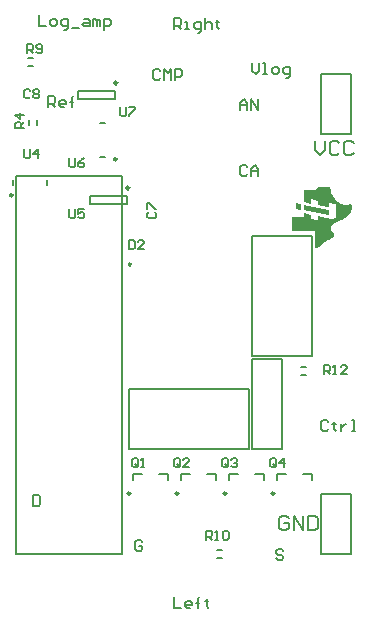
<source format=gto>
%FSLAX24Y24*%
%MOIN*%
G70*
G01*
G75*
G04 Layer_Color=65535*
%ADD10R,0.0276X0.0354*%
%ADD11R,0.0315X0.0354*%
%ADD12R,0.0354X0.0276*%
%ADD13R,0.0170X0.0520*%
%ADD14R,0.0520X0.0170*%
%ADD15R,0.0217X0.0512*%
%ADD16R,0.0354X0.0315*%
%ADD17R,0.0236X0.0591*%
%ADD18R,0.0413X0.0476*%
%ADD19R,0.1575X0.0709*%
%ADD20C,0.0150*%
%ADD21C,0.0120*%
%ADD22C,0.0300*%
%ADD23C,0.1063*%
%ADD24C,0.0630*%
%ADD25C,0.0472*%
%ADD26C,0.0591*%
%ADD27R,0.0591X0.0591*%
%ADD28C,0.0661*%
%ADD29R,0.0591X0.0591*%
%ADD30C,0.0320*%
%ADD31C,0.0260*%
%ADD32C,0.0236*%
%ADD33C,0.0400*%
%ADD34R,0.0512X0.0217*%
%ADD35O,0.0866X0.0236*%
%ADD36O,0.0374X0.0138*%
%ADD37O,0.0138X0.0374*%
%ADD38R,0.0866X0.0866*%
%ADD39O,0.0236X0.0866*%
%ADD40R,0.0160X0.0255*%
%ADD41C,0.0160*%
%ADD42C,0.0100*%
%ADD43C,0.0098*%
%ADD44C,0.0079*%
%ADD45C,0.0060*%
%ADD46C,0.0050*%
%ADD47C,0.0080*%
G36*
X9911Y13645D02*
X10745Y13482D01*
Y13293D01*
X9911Y13458D01*
Y13645D01*
X9910Y13645D01*
X9911Y13646D01*
Y13645D01*
D02*
G37*
G36*
X9823Y13662D02*
Y13478D01*
X9646Y13510D01*
Y13698D01*
X9823Y13662D01*
D02*
G37*
G36*
X10818Y14109D02*
X10835Y14065D01*
X10871Y13990D01*
X10883Y13965D01*
X10899Y13938D01*
X10923Y13902D01*
X10952Y13857D01*
X10963Y13845D01*
X10980Y13823D01*
X11055Y13751D01*
X11124Y13699D01*
X11144Y13687D01*
X11164Y13679D01*
X11184Y13666D01*
X11216Y13658D01*
X11260Y13646D01*
X11352D01*
X11397Y13654D01*
X11437Y13662D01*
X11457Y13671D01*
X11469Y13681D01*
X11494Y13682D01*
X11503Y13665D01*
X11515Y13625D01*
X11519Y13581D01*
Y13548D01*
X11515Y13500D01*
X11507Y13476D01*
X11491Y13428D01*
X11475Y13396D01*
X11459Y13372D01*
X11442Y13352D01*
X11434Y13336D01*
X11398Y13296D01*
X11362Y13264D01*
X11325Y13232D01*
X11286Y13207D01*
X11236Y13175D01*
X11186Y13152D01*
X11137Y13127D01*
X11078Y13099D01*
X11031Y13080D01*
X10952Y13039D01*
X10888Y13003D01*
Y13004D01*
X10883Y13001D01*
X10832Y12950D01*
X10829Y12953D01*
X10813Y12915D01*
X10815Y12873D01*
Y12852D01*
X10817Y12831D01*
X10814D01*
X10827Y12800D01*
X10920Y12711D01*
X10923Y12714D01*
X10938Y12679D01*
X10934Y12634D01*
X10922Y12598D01*
X10902Y12574D01*
X10888Y12558D01*
X10849Y12530D01*
X10795Y12501D01*
X10755Y12486D01*
X10697Y12462D01*
X10659Y12446D01*
X10615Y12418D01*
X10571Y12378D01*
X10525Y12326D01*
X10477Y12273D01*
X10423Y12233D01*
X10366Y12205D01*
X10306D01*
Y12766D01*
X9540D01*
Y13235D01*
X9912Y13236D01*
Y13364D01*
X10154Y13316D01*
X10153Y13176D01*
X10366Y13131D01*
X10393Y13132D01*
X10394Y13266D01*
X10833Y13179D01*
X10904Y13180D01*
X10933Y13191D01*
X10955Y13212D01*
X10975Y13242D01*
X10991Y13281D01*
X11000Y13340D01*
X11000Y13660D01*
X10747Y13712D01*
Y13620D01*
X10751D01*
X10738Y13589D01*
X10707Y13576D01*
X10394Y13638D01*
Y13783D01*
X10154Y13829D01*
Y13688D01*
X9912Y13734D01*
X9912Y14126D01*
X10193Y14126D01*
X10216Y14133D01*
X10269Y14141D01*
X10293Y14157D01*
X10325Y14173D01*
X10365Y14209D01*
X10386Y14239D01*
X10779D01*
X10818Y14109D01*
D02*
G37*
D42*
X209Y13967D02*
G03*
X209Y13967I-39J0D01*
G01*
X3672Y15170D02*
G03*
X3672Y15170I-39J0D01*
G01*
X4161Y11672D02*
G03*
X4161Y11672I-39J0D01*
G01*
D43*
X4099Y14213D02*
G03*
X4099Y14213I-49J0D01*
G01*
X3699Y17713D02*
G03*
X3699Y17713I-49J0D01*
G01*
X8941Y4026D02*
G03*
X8941Y4026I-49J0D01*
G01*
X7341D02*
G03*
X7341Y4026I-49J0D01*
G01*
X5741D02*
G03*
X5741Y4026I-49J0D01*
G01*
X4141D02*
G03*
X4141Y4026I-49J0D01*
G01*
D44*
X721Y18262D02*
X879D01*
X721Y18538D02*
X879D01*
X1038Y16321D02*
Y16479D01*
X762Y16321D02*
Y16479D01*
X328Y2001D02*
Y3969D01*
Y2001D02*
X3872D01*
Y14599D01*
X328D02*
X3872D01*
X328Y12631D02*
Y14599D01*
Y3969D02*
Y12631D01*
X2790Y13662D02*
X4010D01*
X2790Y13938D02*
X4010D01*
X2790Y13662D02*
Y13938D01*
X4010Y13662D02*
Y13938D01*
X2390Y17162D02*
X3610D01*
X2390Y17438D02*
X3610D01*
X2390Y17162D02*
Y17438D01*
X3610Y17162D02*
Y17438D01*
X9821Y8238D02*
X9979D01*
X9821Y7962D02*
X9979D01*
X9009Y4479D02*
Y4676D01*
X9324D01*
X10191Y4479D02*
Y4676D01*
X9876D02*
X10191D01*
X7409Y4479D02*
Y4676D01*
X7724D01*
X8591Y4479D02*
Y4676D01*
X8276D02*
X8591D01*
X5809Y4479D02*
Y4676D01*
X6124D01*
X6991Y4479D02*
Y4676D01*
X6676D02*
X6991D01*
X4209Y4479D02*
Y4676D01*
X4524D01*
X5391Y4479D02*
Y4676D01*
X5076D02*
X5391D01*
X7021Y1862D02*
X7179D01*
X7021Y2138D02*
X7179D01*
D45*
X1370Y14312D02*
Y14488D01*
X230Y14312D02*
Y14488D01*
X3112Y16370D02*
X3288D01*
X3112Y15230D02*
X3288D01*
X5600Y560D02*
Y200D01*
X5840D01*
X6140D02*
X6020D01*
X5960Y260D01*
Y380D01*
X6020Y440D01*
X6140D01*
X6200Y380D01*
Y320D01*
X5960D01*
X6380Y200D02*
Y500D01*
Y380D01*
X6320D01*
X6440D01*
X6380D01*
Y500D01*
X6440Y560D01*
X6680Y500D02*
Y440D01*
X6620D01*
X6740D01*
X6680D01*
Y260D01*
X6740Y200D01*
X5600Y19500D02*
Y19860D01*
X5780D01*
X5840Y19800D01*
Y19680D01*
X5780Y19620D01*
X5600D01*
X5720D02*
X5840Y19500D01*
X5960D02*
X6080D01*
X6020D01*
Y19740D01*
X5960D01*
X6380Y19380D02*
X6440D01*
X6500Y19440D01*
Y19740D01*
X6320D01*
X6260Y19680D01*
Y19560D01*
X6320Y19500D01*
X6500D01*
X6620Y19860D02*
Y19500D01*
Y19680D01*
X6680Y19740D01*
X6800D01*
X6860Y19680D01*
Y19500D01*
X7040Y19800D02*
Y19740D01*
X6980D01*
X7100D01*
X7040D01*
Y19560D01*
X7100Y19500D01*
X900Y3960D02*
Y3600D01*
X1080D01*
X1140Y3660D01*
Y3900D01*
X1080Y3960D01*
X900D01*
X10740Y6400D02*
X10680Y6460D01*
X10560D01*
X10500Y6400D01*
Y6160D01*
X10560Y6100D01*
X10680D01*
X10740Y6160D01*
X10920Y6400D02*
Y6340D01*
X10860D01*
X10980D01*
X10920D01*
Y6160D01*
X10980Y6100D01*
X11160Y6340D02*
Y6100D01*
Y6220D01*
X11220Y6280D01*
X11280Y6340D01*
X11340D01*
X11520Y6100D02*
X11640D01*
X11580D01*
Y6460D01*
X11520D01*
X9240Y2100D02*
X9180Y2160D01*
X9060D01*
X9000Y2100D01*
Y2040D01*
X9060Y1980D01*
X9180D01*
X9240Y1920D01*
Y1860D01*
X9180Y1800D01*
X9060D01*
X9000Y1860D01*
X4540Y2400D02*
X4480Y2460D01*
X4360D01*
X4300Y2400D01*
Y2160D01*
X4360Y2100D01*
X4480D01*
X4540Y2160D01*
Y2280D01*
X4420D01*
X8040Y14900D02*
X7980Y14960D01*
X7860D01*
X7800Y14900D01*
Y14660D01*
X7860Y14600D01*
X7980D01*
X8040Y14660D01*
X8160Y14600D02*
Y14840D01*
X8280Y14960D01*
X8400Y14840D01*
Y14600D01*
Y14780D01*
X8160D01*
X7800Y16800D02*
Y17040D01*
X7920Y17160D01*
X8040Y17040D01*
Y16800D01*
Y16980D01*
X7800D01*
X8160Y16800D02*
Y17160D01*
X8400Y16800D01*
Y17160D01*
X5140Y18100D02*
X5080Y18160D01*
X4960D01*
X4900Y18100D01*
Y17860D01*
X4960Y17800D01*
X5080D01*
X5140Y17860D01*
X5260Y17800D02*
Y18160D01*
X5380Y18040D01*
X5500Y18160D01*
Y17800D01*
X5620D02*
Y18160D01*
X5800D01*
X5860Y18100D01*
Y17980D01*
X5800Y17920D01*
X5620D01*
X1400Y16900D02*
Y17260D01*
X1580D01*
X1640Y17200D01*
Y17080D01*
X1580Y17020D01*
X1400D01*
X1520D02*
X1640Y16900D01*
X1940D02*
X1820D01*
X1760Y16960D01*
Y17080D01*
X1820Y17140D01*
X1940D01*
X2000Y17080D01*
Y17020D01*
X1760D01*
X2180Y16900D02*
Y17200D01*
Y17080D01*
X2120D01*
X2240D01*
X2180D01*
Y17200D01*
X2240Y17260D01*
X1100Y19960D02*
Y19600D01*
X1340D01*
X1520D02*
X1640D01*
X1700Y19660D01*
Y19780D01*
X1640Y19840D01*
X1520D01*
X1460Y19780D01*
Y19660D01*
X1520Y19600D01*
X1940Y19480D02*
X2000D01*
X2060Y19540D01*
Y19840D01*
X1880D01*
X1820Y19780D01*
Y19660D01*
X1880Y19600D01*
X2060D01*
X2180Y19540D02*
X2420D01*
X2600Y19840D02*
X2719D01*
X2779Y19780D01*
Y19600D01*
X2600D01*
X2540Y19660D01*
X2600Y19720D01*
X2779D01*
X2899Y19600D02*
Y19840D01*
X2959D01*
X3019Y19780D01*
Y19600D01*
Y19780D01*
X3079Y19840D01*
X3139Y19780D01*
Y19600D01*
X3259Y19480D02*
Y19840D01*
X3439D01*
X3499Y19780D01*
Y19660D01*
X3439Y19600D01*
X3259D01*
X8200Y18360D02*
Y18120D01*
X8320Y18000D01*
X8440Y18120D01*
Y18360D01*
X8560Y18000D02*
X8680D01*
X8620D01*
Y18360D01*
X8560D01*
X8920Y18000D02*
X9040D01*
X9100Y18060D01*
Y18180D01*
X9040Y18240D01*
X8920D01*
X8860Y18180D01*
Y18060D01*
X8920Y18000D01*
X9340Y17880D02*
X9400D01*
X9460Y17940D01*
Y18240D01*
X9280D01*
X9220Y18180D01*
Y18060D01*
X9280Y18000D01*
X9460D01*
D46*
X10500Y16000D02*
X11500D01*
X10500Y18000D02*
X11500D01*
X10500Y16000D02*
Y18000D01*
X11500Y16000D02*
Y18000D01*
X10500Y2000D02*
X11500D01*
X10500Y4000D02*
X11500D01*
X10500Y2000D02*
Y4000D01*
X11500Y2000D02*
Y4000D01*
X4100Y5500D02*
Y7500D01*
X8100Y5500D02*
Y7500D01*
X4100D02*
X8100D01*
X4100Y5500D02*
X8100D01*
X9200D02*
Y8500D01*
X8200Y5500D02*
Y8500D01*
X9200D01*
X8200Y5500D02*
X9200D01*
X8200Y12600D02*
X10200D01*
X8200Y8600D02*
X10200D01*
Y12600D01*
X8200Y8600D02*
Y12600D01*
X4750Y13400D02*
X4700Y13350D01*
Y13250D01*
X4750Y13200D01*
X4950D01*
X5000Y13250D01*
Y13350D01*
X4950Y13400D01*
X4700Y13500D02*
Y13700D01*
X4750D01*
X4950Y13500D01*
X5000D01*
X800Y17450D02*
X750Y17500D01*
X650D01*
X600Y17450D01*
Y17250D01*
X650Y17200D01*
X750D01*
X800Y17250D01*
X900Y17450D02*
X950Y17500D01*
X1050D01*
X1100Y17450D01*
Y17400D01*
X1050Y17350D01*
X1100Y17300D01*
Y17250D01*
X1050Y17200D01*
X950D01*
X900Y17250D01*
Y17300D01*
X950Y17350D01*
X900Y17400D01*
Y17450D01*
X950Y17350D02*
X1050D01*
X4080Y12460D02*
Y12160D01*
X4230D01*
X4280Y12210D01*
Y12410D01*
X4230Y12460D01*
X4080D01*
X4580Y12160D02*
X4380D01*
X4580Y12360D01*
Y12410D01*
X4530Y12460D01*
X4430D01*
X4380Y12410D01*
X4400Y4950D02*
Y5150D01*
X4350Y5200D01*
X4250D01*
X4200Y5150D01*
Y4950D01*
X4250Y4900D01*
X4350D01*
X4300Y5000D02*
X4400Y4900D01*
X4350D02*
X4400Y4950D01*
X4500Y4900D02*
X4600D01*
X4550D01*
Y5200D01*
X4500Y5150D01*
X5800Y4950D02*
Y5150D01*
X5750Y5200D01*
X5650D01*
X5600Y5150D01*
Y4950D01*
X5650Y4900D01*
X5750D01*
X5700Y5000D02*
X5800Y4900D01*
X5750D02*
X5800Y4950D01*
X6100Y4900D02*
X5900D01*
X6100Y5100D01*
Y5150D01*
X6050Y5200D01*
X5950D01*
X5900Y5150D01*
X7400Y4950D02*
Y5150D01*
X7350Y5200D01*
X7250D01*
X7200Y5150D01*
Y4950D01*
X7250Y4900D01*
X7350D01*
X7300Y5000D02*
X7400Y4900D01*
X7350D02*
X7400Y4950D01*
X7500Y5150D02*
X7550Y5200D01*
X7650D01*
X7700Y5150D01*
Y5100D01*
X7650Y5050D01*
X7600D01*
X7650D01*
X7700Y5000D01*
Y4950D01*
X7650Y4900D01*
X7550D01*
X7500Y4950D01*
X9000D02*
Y5150D01*
X8950Y5200D01*
X8850D01*
X8800Y5150D01*
Y4950D01*
X8850Y4900D01*
X8950D01*
X8900Y5000D02*
X9000Y4900D01*
X8950D02*
X9000Y4950D01*
X9250Y4900D02*
Y5200D01*
X9100Y5050D01*
X9300D01*
X600Y16200D02*
X300D01*
Y16350D01*
X350Y16400D01*
X450D01*
X500Y16350D01*
Y16200D01*
Y16300D02*
X600Y16400D01*
Y16650D02*
X300D01*
X450Y16500D01*
Y16700D01*
X700Y18700D02*
Y19000D01*
X850D01*
X900Y18950D01*
Y18850D01*
X850Y18800D01*
X700D01*
X800D02*
X900Y18700D01*
X1000Y18750D02*
X1050Y18700D01*
X1150D01*
X1200Y18750D01*
Y18950D01*
X1150Y19000D01*
X1050D01*
X1000Y18950D01*
Y18900D01*
X1050Y18850D01*
X1200D01*
X6660Y2490D02*
Y2790D01*
X6810D01*
X6860Y2740D01*
Y2640D01*
X6810Y2590D01*
X6660D01*
X6760D02*
X6860Y2490D01*
X6960D02*
X7060D01*
X7010D01*
Y2790D01*
X6960Y2740D01*
X7210D02*
X7260Y2790D01*
X7360D01*
X7410Y2740D01*
Y2540D01*
X7360Y2490D01*
X7260D01*
X7210Y2540D01*
Y2740D01*
X10600Y8000D02*
Y8300D01*
X10750D01*
X10800Y8250D01*
Y8150D01*
X10750Y8100D01*
X10600D01*
X10700D02*
X10800Y8000D01*
X10900D02*
X11000D01*
X10950D01*
Y8300D01*
X10900Y8250D01*
X11350Y8000D02*
X11150D01*
X11350Y8200D01*
Y8250D01*
X11300Y8300D01*
X11200D01*
X11150Y8250D01*
X600Y15500D02*
Y15250D01*
X650Y15200D01*
X750D01*
X800Y15250D01*
Y15500D01*
X1050Y15200D02*
Y15500D01*
X900Y15350D01*
X1100D01*
X2100Y13500D02*
Y13250D01*
X2150Y13200D01*
X2250D01*
X2300Y13250D01*
Y13500D01*
X2600D02*
X2400D01*
Y13350D01*
X2500Y13400D01*
X2550D01*
X2600Y13350D01*
Y13250D01*
X2550Y13200D01*
X2450D01*
X2400Y13250D01*
X2100Y15200D02*
Y14950D01*
X2150Y14900D01*
X2250D01*
X2300Y14950D01*
Y15200D01*
X2600D02*
X2500Y15150D01*
X2400Y15050D01*
Y14950D01*
X2450Y14900D01*
X2550D01*
X2600Y14950D01*
Y15000D01*
X2550Y15050D01*
X2400D01*
X3800Y16900D02*
Y16650D01*
X3850Y16600D01*
X3950D01*
X4000Y16650D01*
Y16900D01*
X4100D02*
X4300D01*
Y16850D01*
X4100Y16650D01*
Y16600D01*
D47*
X10300Y15780D02*
Y15460D01*
X10460Y15300D01*
X10620Y15460D01*
Y15780D01*
X11100Y15700D02*
X11020Y15780D01*
X10860D01*
X10780Y15700D01*
Y15380D01*
X10860Y15300D01*
X11020D01*
X11100Y15380D01*
X11580Y15700D02*
X11500Y15780D01*
X11340D01*
X11260Y15700D01*
Y15380D01*
X11340Y15300D01*
X11500D01*
X11580Y15380D01*
X9420Y3200D02*
X9340Y3280D01*
X9180D01*
X9100Y3200D01*
Y2880D01*
X9180Y2800D01*
X9340D01*
X9420Y2880D01*
Y3040D01*
X9260D01*
X9580Y2800D02*
Y3280D01*
X9900Y2800D01*
Y3280D01*
X10060D02*
Y2800D01*
X10300D01*
X10380Y2880D01*
Y3200D01*
X10300Y3280D01*
X10060D01*
M02*

</source>
